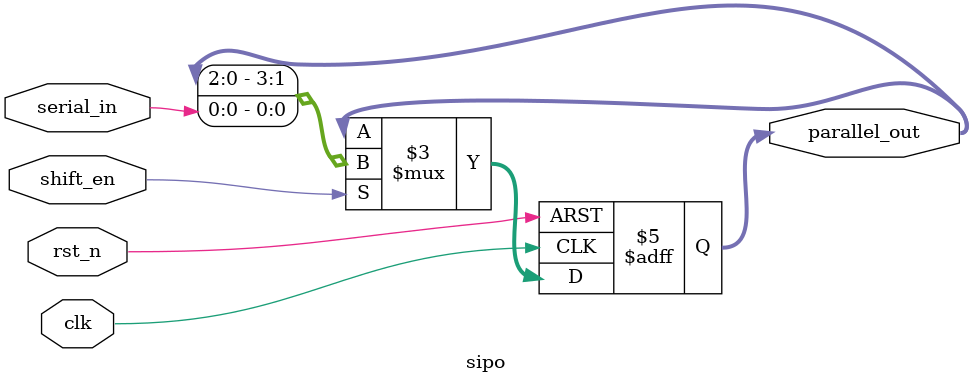
<source format=v>
module sipo #(
    parameter WIDTH = 4  // Default width of 4 bits, can be overridden
)(
    input wire clk,           // Clock signal
    input wire rst_n,         // Active low reset
    input wire shift_en,      // Shift enable signal
    input wire serial_in,     // Serial data input
    output reg [WIDTH-1:0] parallel_out  // Parallel data output
);

    // Shift register implementation
    always @(posedge clk or negedge rst_n) begin
        if (!rst_n) begin
            // Reset all bits to 0
            parallel_out <= {WIDTH{1'b0}};
        end else if (shift_en) begin
            // Shift left and insert new bit at LSB
            parallel_out <= {parallel_out[WIDTH-2:0], serial_in};
        end
        // If shift_en is low, hold current value
    end

endmodule

</source>
